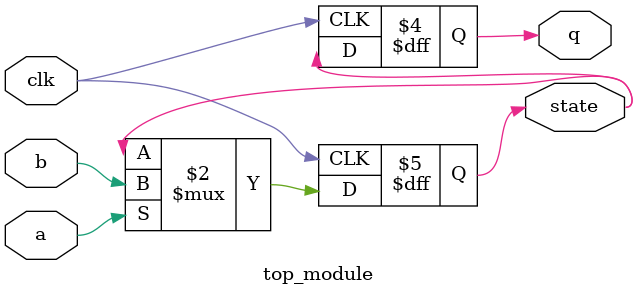
<source format=sv>
module top_module (
    input clk,
    input a,
    input b,
    output reg q,
    output reg state
);

always @(posedge clk) begin
    if (a) begin
        state <= b;
    end
    q <= state;
end

endmodule

</source>
